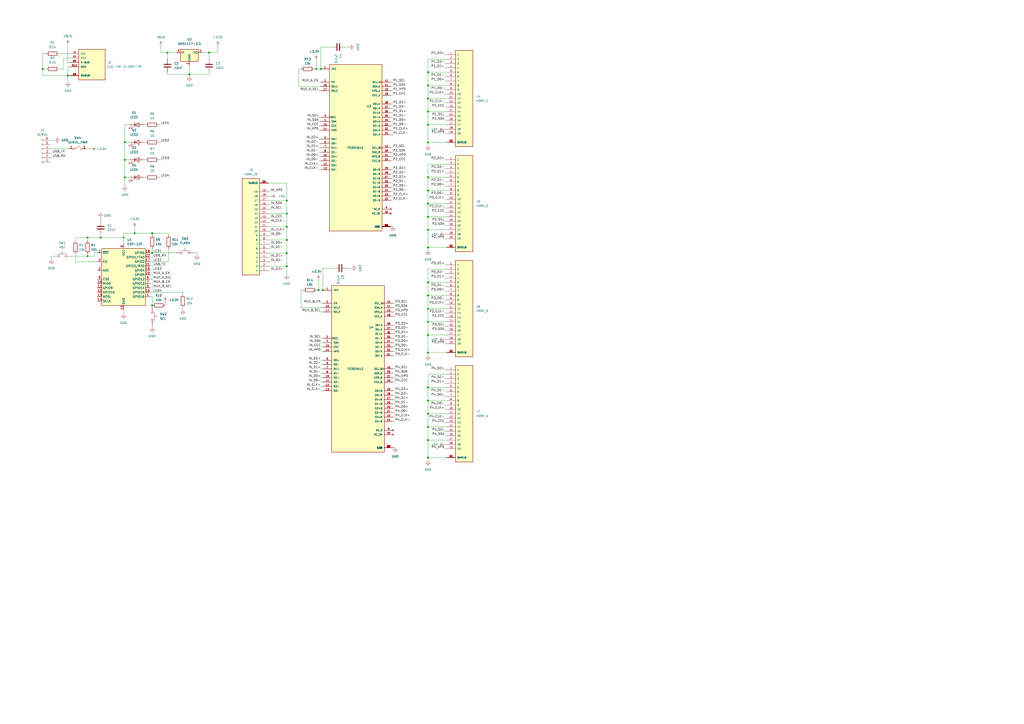
<source format=kicad_sch>
(kicad_sch (version 20211123) (generator eeschema)
  (paper "A2")
  (junction (at 166.37 154.432))
  (junction (at 71.755 137.795))
  (junction (at 248.285 255.27))
  (junction (at 88.265 146.685))
  (junction (at 97.155 30.48))
  (junction (at 248.285 194.31))
  (junction (at 58.42 137.795))
  (junction (at 248.285 125.73))
  (junction (at 248.285 133.35))
  (junction (at 187.325 168.275))
  (junction (at 248.285 110.49))
  (junction (at 72.39 102.87))
  (junction (at 248.285 247.65))
  (junction (at 72.39 82.55))
  (junction (at 248.285 102.87))
  (junction (at 184.785 168.275))
  (junction (at 166.37 116.332))
  (junction (at 166.37 139.192))
  (junction (at 248.285 224.79))
  (junction (at 248.285 82.55))
  (junction (at 109.855 43.18))
  (junction (at 183.515 40.005))
  (junction (at 248.285 265.43))
  (junction (at 248.285 171.45))
  (junction (at 24.765 40.005))
  (junction (at 248.285 41.91))
  (junction (at 248.285 204.47))
  (junction (at 39.37 43.815))
  (junction (at 72.39 92.71))
  (junction (at 50.8 137.795))
  (junction (at 248.285 72.39))
  (junction (at 248.285 118.11))
  (junction (at 248.285 49.53))
  (junction (at 248.285 57.15))
  (junction (at 248.285 163.83))
  (junction (at 248.285 143.51))
  (junction (at 248.285 186.69))
  (junction (at 248.285 179.07))
  (junction (at 121.285 30.48))
  (junction (at 166.37 131.572))
  (junction (at 248.285 232.41))
  (junction (at 50.8 148.59))
  (junction (at 166.37 146.812))
  (junction (at 88.265 135.255))
  (junction (at 248.285 240.03))
  (junction (at 186.055 40.005))
  (junction (at 78.105 135.255))
  (junction (at 88.265 177.165))
  (junction (at 166.37 123.952))
  (junction (at 248.285 64.77))
  (wire (pts (xy 226.695 85.725) (xy 227.965 85.725)))
  (wire (pts (xy 248.285 72.39) (xy 248.285 82.55)))
  (wire (pts (xy 41.275 148.59) (xy 50.8 148.59)))
  (wire (pts (xy 248.285 125.73) (xy 259.08 125.73)))
  (wire (pts (xy 257.81 234.95) (xy 259.08 234.95)))
  (wire (pts (xy 92.075 102.87) (xy 93.345 102.87)))
  (wire (pts (xy 166.37 123.952) (xy 166.37 116.332)))
  (wire (pts (xy 257.81 245.11) (xy 259.08 245.11)))
  (wire (pts (xy 227.965 203.835) (xy 229.235 203.835)))
  (wire (pts (xy 156.972 118.872) (xy 155.702 118.872)))
  (wire (pts (xy 227.965 213.995) (xy 229.235 213.995)))
  (wire (pts (xy 166.37 154.432) (xy 166.37 146.812)))
  (wire (pts (xy 184.785 52.705) (xy 186.055 52.705)))
  (wire (pts (xy 186.055 27.305) (xy 192.405 27.305)))
  (wire (pts (xy 78.105 132.08) (xy 78.105 135.255)))
  (wire (pts (xy 257.81 189.23) (xy 259.08 189.23)))
  (wire (pts (xy 166.37 116.332) (xy 155.702 116.332)))
  (wire (pts (xy 248.285 255.27) (xy 248.285 265.43)))
  (wire (pts (xy 102.235 30.48) (xy 97.155 30.48)))
  (wire (pts (xy 71.755 179.705) (xy 71.755 182.245)))
  (wire (pts (xy 186.055 201.295) (xy 187.325 201.295)))
  (wire (pts (xy 248.285 186.69) (xy 248.285 194.31)))
  (wire (pts (xy 186.055 216.535) (xy 187.325 216.535)))
  (wire (pts (xy 257.81 69.85) (xy 259.08 69.85)))
  (wire (pts (xy 121.285 30.48) (xy 121.285 34.29)))
  (wire (pts (xy 186.055 198.755) (xy 187.325 198.755)))
  (wire (pts (xy 24.765 31.115) (xy 24.765 40.005)))
  (wire (pts (xy 34.29 31.115) (xy 40.64 31.115)))
  (wire (pts (xy 184.785 90.805) (xy 186.055 90.805)))
  (wire (pts (xy 257.81 173.99) (xy 259.08 173.99)))
  (wire (pts (xy 226.695 93.345) (xy 227.965 93.345)))
  (wire (pts (xy 36.83 33.655) (xy 36.83 40.005)))
  (wire (pts (xy 248.285 194.31) (xy 259.08 194.31)))
  (wire (pts (xy 92.075 82.55) (xy 93.345 82.55)))
  (wire (pts (xy 166.37 123.952) (xy 155.702 123.952)))
  (wire (pts (xy 97.155 41.91) (xy 97.155 43.18)))
  (wire (pts (xy 257.81 176.53) (xy 259.08 176.53)))
  (wire (pts (xy 226.695 116.205) (xy 227.965 116.205)))
  (wire (pts (xy 187.325 155.575) (xy 193.675 155.575)))
  (wire (pts (xy 156.972 156.972) (xy 155.702 156.972)))
  (wire (pts (xy 226.695 98.425) (xy 227.965 98.425)))
  (wire (pts (xy 257.81 77.47) (xy 259.08 77.47)))
  (wire (pts (xy 257.81 181.61) (xy 259.08 181.61)))
  (wire (pts (xy 257.81 128.27) (xy 259.08 128.27)))
  (wire (pts (xy 227.965 206.375) (xy 229.235 206.375)))
  (wire (pts (xy 92.075 72.39) (xy 93.345 72.39)))
  (wire (pts (xy 186.055 213.995) (xy 187.325 213.995)))
  (wire (pts (xy 121.285 30.48) (xy 126.365 30.48)))
  (wire (pts (xy 227.965 221.615) (xy 229.235 221.615)))
  (wire (pts (xy 186.055 226.695) (xy 187.325 226.695)))
  (wire (pts (xy 72.39 82.55) (xy 75.565 82.55)))
  (wire (pts (xy 257.81 153.67) (xy 259.08 153.67)))
  (wire (pts (xy 184.785 47.625) (xy 186.055 47.625)))
  (wire (pts (xy 50.8 137.795) (xy 58.42 137.795)))
  (wire (pts (xy 109.855 43.18) (xy 121.285 43.18)))
  (wire (pts (xy 186.055 196.215) (xy 187.325 196.215)))
  (wire (pts (xy 29.21 88.9) (xy 30.48 88.9)))
  (wire (pts (xy 227.965 229.235) (xy 229.235 229.235)))
  (wire (pts (xy 186.055 208.915) (xy 187.325 208.915)))
  (wire (pts (xy 257.81 199.39) (xy 259.08 199.39)))
  (wire (pts (xy 174.625 168.275) (xy 175.895 168.275)))
  (wire (pts (xy 183.515 34.925) (xy 183.515 40.005)))
  (wire (pts (xy 257.81 120.65) (xy 259.08 120.65)))
  (wire (pts (xy 257.81 54.61) (xy 259.08 54.61)))
  (wire (pts (xy 257.81 214.63) (xy 259.08 214.63)))
  (wire (pts (xy 88.265 146.685) (xy 102.235 146.685)))
  (wire (pts (xy 88.265 144.145) (xy 88.265 146.685)))
  (wire (pts (xy 248.285 133.35) (xy 259.08 133.35)))
  (wire (pts (xy 257.81 115.57) (xy 259.08 115.57)))
  (wire (pts (xy 39.37 43.815) (xy 40.64 43.815)))
  (wire (pts (xy 257.81 59.69) (xy 259.08 59.69)))
  (wire (pts (xy 106.045 178.435) (xy 106.045 179.705)))
  (wire (pts (xy 248.285 217.17) (xy 248.285 224.79)))
  (wire (pts (xy 26.67 31.115) (xy 24.765 31.115)))
  (wire (pts (xy 166.37 106.172) (xy 155.702 106.172)))
  (wire (pts (xy 88.265 188.595) (xy 88.265 189.865)))
  (wire (pts (xy 248.285 171.45) (xy 248.285 179.07)))
  (wire (pts (xy 248.285 133.35) (xy 248.285 143.51)))
  (wire (pts (xy 93.345 30.48) (xy 93.345 26.67)))
  (wire (pts (xy 257.81 260.35) (xy 259.08 260.35)))
  (wire (pts (xy 257.81 237.49) (xy 259.08 237.49)))
  (wire (pts (xy 174.625 178.435) (xy 174.625 168.275)))
  (wire (pts (xy 257.81 39.37) (xy 259.08 39.37)))
  (wire (pts (xy 166.37 139.192) (xy 155.702 139.192)))
  (wire (pts (xy 257.81 257.81) (xy 259.08 257.81)))
  (wire (pts (xy 156.972 111.252) (xy 155.702 111.252)))
  (wire (pts (xy 173.355 40.005) (xy 174.625 40.005)))
  (wire (pts (xy 248.285 110.49) (xy 259.08 110.49)))
  (wire (pts (xy 106.045 170.815) (xy 106.045 169.545)))
  (wire (pts (xy 86.995 149.225) (xy 88.9 149.225)))
  (wire (pts (xy 259.08 34.29) (xy 248.285 34.29)))
  (wire (pts (xy 227.965 196.215) (xy 229.235 196.215)))
  (wire (pts (xy 97.155 30.48) (xy 93.345 30.48)))
  (wire (pts (xy 226.695 100.965) (xy 227.965 100.965)))
  (wire (pts (xy 92.075 92.71) (xy 93.345 92.71)))
  (wire (pts (xy 248.285 265.43) (xy 259.08 265.43)))
  (wire (pts (xy 114.3 147.955) (xy 114.3 146.685)))
  (wire (pts (xy 114.3 146.685) (xy 112.395 146.685)))
  (wire (pts (xy 186.055 50.165) (xy 173.355 50.165)))
  (wire (pts (xy 257.81 166.37) (xy 259.08 166.37)))
  (wire (pts (xy 248.285 49.53) (xy 259.08 49.53)))
  (wire (pts (xy 156.972 134.112) (xy 155.702 134.112)))
  (wire (pts (xy 248.285 110.49) (xy 248.285 118.11)))
  (wire (pts (xy 248.285 224.79) (xy 259.08 224.79)))
  (wire (pts (xy 97.155 43.18) (xy 109.855 43.18)))
  (wire (pts (xy 248.285 156.21) (xy 248.285 163.83)))
  (wire (pts (xy 257.81 227.33) (xy 259.08 227.33)))
  (wire (pts (xy 43.815 151.765) (xy 56.515 151.765)))
  (wire (pts (xy 248.285 204.47) (xy 259.08 204.47)))
  (wire (pts (xy 83.185 72.39) (xy 84.455 72.39)))
  (wire (pts (xy 186.055 175.895) (xy 187.325 175.895)))
  (wire (pts (xy 227.965 244.475) (xy 229.235 244.475)))
  (wire (pts (xy 95.885 175.26) (xy 95.885 177.165)))
  (wire (pts (xy 39.37 36.195) (xy 40.64 36.195)))
  (wire (pts (xy 226.695 67.945) (xy 227.965 67.945)))
  (wire (pts (xy 227.965 178.435) (xy 229.235 178.435)))
  (wire (pts (xy 257.81 36.83) (xy 259.08 36.83)))
  (wire (pts (xy 248.285 240.03) (xy 248.285 247.65)))
  (wire (pts (xy 40.64 33.655) (xy 36.83 33.655)))
  (wire (pts (xy 186.055 203.835) (xy 187.325 203.835)))
  (wire (pts (xy 226.695 131.445) (xy 227.965 131.445)))
  (wire (pts (xy 226.695 60.325) (xy 227.965 60.325)))
  (wire (pts (xy 226.695 88.265) (xy 227.965 88.265)))
  (wire (pts (xy 226.695 103.505) (xy 227.965 103.505)))
  (wire (pts (xy 166.37 131.572) (xy 155.702 131.572)))
  (wire (pts (xy 117.475 30.48) (xy 121.285 30.48)))
  (wire (pts (xy 227.965 231.775) (xy 229.235 231.775)))
  (wire (pts (xy 184.785 83.185) (xy 186.055 83.185)))
  (wire (pts (xy 248.285 163.83) (xy 259.08 163.83)))
  (wire (pts (xy 257.81 219.71) (xy 259.08 219.71)))
  (wire (pts (xy 227.965 216.535) (xy 229.235 216.535)))
  (wire (pts (xy 186.055 224.155) (xy 187.325 224.155)))
  (wire (pts (xy 24.765 40.005) (xy 26.67 40.005)))
  (wire (pts (xy 43.815 151.765) (xy 43.815 147.32)))
  (wire (pts (xy 248.285 102.87) (xy 259.08 102.87)))
  (wire (pts (xy 174.625 178.435) (xy 187.325 178.435)))
  (wire (pts (xy 72.39 82.55) (xy 72.39 72.39)))
  (wire (pts (xy 156.972 129.032) (xy 155.702 129.032)))
  (wire (pts (xy 248.285 240.03) (xy 259.08 240.03)))
  (wire (pts (xy 248.285 57.15) (xy 248.285 64.77)))
  (wire (pts (xy 86.995 156.845) (xy 88.9 156.845)))
  (wire (pts (xy 29.21 86.36) (xy 40.005 86.36)))
  (wire (pts (xy 257.81 97.79) (xy 259.08 97.79)))
  (wire (pts (xy 226.695 50.165) (xy 227.965 50.165)))
  (wire (pts (xy 227.965 183.515) (xy 229.235 183.515)))
  (wire (pts (xy 257.81 107.95) (xy 259.08 107.95)))
  (wire (pts (xy 88.265 135.255) (xy 88.265 136.525)))
  (wire (pts (xy 43.815 139.7) (xy 43.815 137.795)))
  (wire (pts (xy 78.105 135.255) (xy 71.755 135.255)))
  (wire (pts (xy 39.37 47.625) (xy 39.37 43.815)))
  (wire (pts (xy 226.695 108.585) (xy 227.965 108.585)))
  (wire (pts (xy 257.81 46.99) (xy 259.08 46.99)))
  (wire (pts (xy 186.055 40.005) (xy 186.055 27.305)))
  (wire (pts (xy 248.285 64.77) (xy 248.285 72.39)))
  (wire (pts (xy 257.81 138.43) (xy 259.08 138.43)))
  (wire (pts (xy 156.972 149.352) (xy 155.702 149.352)))
  (wire (pts (xy 97.79 144.145) (xy 97.79 151.765)))
  (wire (pts (xy 156.972 121.412) (xy 155.702 121.412)))
  (wire (pts (xy 86.995 167.005) (xy 88.9 167.005)))
  (wire (pts (xy 72.39 102.87) (xy 75.565 102.87)))
  (wire (pts (xy 72.39 92.71) (xy 75.565 92.71)))
  (wire (pts (xy 86.995 146.685) (xy 88.265 146.685)))
  (wire (pts (xy 156.972 126.492) (xy 155.702 126.492)))
  (wire (pts (xy 259.08 217.17) (xy 248.285 217.17)))
  (wire (pts (xy 184.785 98.425) (xy 186.055 98.425)))
  (wire (pts (xy 248.285 57.15) (xy 259.08 57.15)))
  (wire (pts (xy 226.695 78.105) (xy 227.965 78.105)))
  (wire (pts (xy 248.285 49.53) (xy 248.285 57.15)))
  (wire (pts (xy 226.695 113.665) (xy 227.965 113.665)))
  (wire (pts (xy 184.785 80.645) (xy 186.055 80.645)))
  (wire (pts (xy 186.055 211.455) (xy 187.325 211.455)))
  (wire (pts (xy 186.055 180.975) (xy 187.325 180.975)))
  (wire (pts (xy 257.81 74.93) (xy 259.08 74.93)))
  (wire (pts (xy 29.21 91.44) (xy 30.48 91.44)))
  (wire (pts (xy 155.702 113.792) (xy 156.972 113.792)))
  (wire (pts (xy 257.81 100.33) (xy 259.08 100.33)))
  (wire (pts (xy 257.81 184.15) (xy 259.08 184.15)))
  (wire (pts (xy 50.165 86.36) (xy 52.705 86.36)))
  (wire (pts (xy 184.785 95.885) (xy 186.055 95.885)))
  (wire (pts (xy 184.785 70.485) (xy 186.055 70.485)))
  (wire (pts (xy 248.285 179.07) (xy 248.285 186.69)))
  (wire (pts (xy 184.785 162.56) (xy 184.785 168.275)))
  (wire (pts (xy 166.37 116.332) (xy 166.37 106.172)))
  (wire (pts (xy 166.37 131.572) (xy 166.37 123.952)))
  (wire (pts (xy 183.515 168.275) (xy 184.785 168.275)))
  (wire (pts (xy 126.365 30.48) (xy 126.365 26.67)))
  (wire (pts (xy 50.8 139.7) (xy 50.8 137.795)))
  (wire (pts (xy 259.08 95.25) (xy 248.285 95.25)))
  (wire (pts (xy 86.995 159.385) (xy 88.9 159.385)))
  (wire (pts (xy 166.37 139.192) (xy 166.37 131.572)))
  (wire (pts (xy 166.37 154.432) (xy 166.37 159.512)))
  (wire (pts (xy 227.965 236.855) (xy 229.235 236.855)))
  (wire (pts (xy 226.695 65.405) (xy 227.965 65.405)))
  (wire (pts (xy 186.055 221.615) (xy 187.325 221.615)))
  (wire (pts (xy 183.515 40.005) (xy 186.055 40.005)))
  (wire (pts (xy 226.695 55.245) (xy 227.965 55.245)))
  (wire (pts (xy 97.79 135.255) (xy 97.79 136.525)))
  (wire (pts (xy 86.995 161.925) (xy 88.9 161.925)))
  (wire (pts (xy 227.965 191.135) (xy 229.235 191.135)))
  (wire (pts (xy 54.61 148.59) (xy 50.8 148.59)))
  (wire (pts (xy 257.81 252.73) (xy 259.08 252.73)))
  (wire (pts (xy 56.515 146.685) (xy 54.61 146.685)))
  (wire (pts (xy 227.965 180.975) (xy 229.235 180.975)))
  (wire (pts (xy 227.965 188.595) (xy 229.235 188.595)))
  (wire (pts (xy 156.972 136.652) (xy 155.702 136.652)))
  (wire (pts (xy 58.42 135.89) (xy 58.42 137.795)))
  (wire (pts (xy 156.972 141.732) (xy 155.702 141.732)))
  (wire (pts (xy 227.965 234.315) (xy 229.235 234.315)))
  (wire (pts (xy 184.785 88.265) (xy 186.055 88.265)))
  (wire (pts (xy 226.695 62.865) (xy 227.965 62.865)))
  (wire (pts (xy 248.285 72.39) (xy 259.08 72.39)))
  (wire (pts (xy 50.8 148.59) (xy 50.8 147.32)))
  (wire (pts (xy 83.185 92.71) (xy 84.455 92.71)))
  (wire (pts (xy 58.42 137.795) (xy 71.755 137.795)))
  (wire (pts (xy 200.025 27.305) (xy 202.565 27.305)))
  (wire (pts (xy 71.755 135.255) (xy 71.755 137.795)))
  (wire (pts (xy 184.785 75.565) (xy 186.055 75.565)))
  (wire (pts (xy 72.39 92.71) (xy 72.39 82.55)))
  (wire (pts (xy 227.965 201.295) (xy 229.235 201.295)))
  (wire (pts (xy 184.785 85.725) (xy 186.055 85.725)))
  (wire (pts (xy 248.285 82.55) (xy 259.08 82.55)))
  (wire (pts (xy 248.285 247.65) (xy 259.08 247.65)))
  (wire (pts (xy 29.845 148.59) (xy 31.115 148.59)))
  (wire (pts (xy 166.37 146.812) (xy 166.37 139.192)))
  (wire (pts (xy 257.81 196.85) (xy 259.08 196.85)))
  (wire (pts (xy 248.285 95.25) (xy 248.285 102.87)))
  (wire (pts (xy 201.295 155.575) (xy 203.835 155.575)))
  (wire (pts (xy 248.285 34.29) (xy 248.285 41.91)))
  (wire (pts (xy 86.995 164.465) (xy 88.9 164.465)))
  (wire (pts (xy 78.105 135.255) (xy 88.265 135.255)))
  (wire (pts (xy 72.39 102.87) (xy 72.39 92.71)))
  (wire (pts (xy 43.815 137.795) (xy 50.8 137.795)))
  (wire (pts (xy 248.285 125.73) (xy 248.285 133.35)))
  (wire (pts (xy 257.81 250.19) (xy 259.08 250.19)))
  (wire (pts (xy 58.42 126.365) (xy 58.42 128.27)))
  (wire (pts (xy 184.785 93.345) (xy 186.055 93.345)))
  (wire (pts (xy 248.285 232.41) (xy 259.08 232.41)))
  (wire (pts (xy 248.285 179.07) (xy 259.08 179.07)))
  (wire (pts (xy 184.785 73.025) (xy 186.055 73.025)))
  (wire (pts (xy 227.965 241.935) (xy 229.235 241.935)))
  (wire (pts (xy 257.81 92.71) (xy 259.08 92.71)))
  (wire (pts (xy 227.965 198.755) (xy 229.235 198.755)))
  (wire (pts (xy 257.81 135.89) (xy 259.08 135.89)))
  (wire (pts (xy 86.995 154.305) (xy 88.9 154.305)))
  (wire (pts (xy 257.81 123.19) (xy 259.08 123.19)))
  (wire (pts (xy 248.285 102.87) (xy 248.285 110.49)))
  (wire (pts (xy 155.702 154.432) (xy 166.37 154.432)))
  (wire (pts (xy 257.81 44.45) (xy 259.08 44.45)))
  (wire (pts (xy 248.285 41.91) (xy 259.08 41.91)))
  (wire (pts (xy 248.285 265.43) (xy 248.285 267.335)))
  (wire (pts (xy 226.695 73.025) (xy 227.965 73.025)))
  (wire (pts (xy 257.81 105.41) (xy 259.08 105.41)))
  (wire (pts (xy 226.695 75.565) (xy 227.965 75.565)))
  (wire (pts (xy 257.81 161.29) (xy 259.08 161.29)))
  (wire (pts (xy 29.845 150.495) (xy 29.845 148.59)))
  (wire (pts (xy 257.81 31.75) (xy 259.08 31.75)))
  (wire (pts (xy 257.81 222.25) (xy 259.08 222.25)))
  (wire (pts (xy 226.695 47.625) (xy 227.965 47.625)))
  (wire (pts (xy 88.265 135.255) (xy 97.79 135.255)))
  (wire (pts (xy 109.855 38.1) (xy 109.855 43.18)))
  (wire (pts (xy 39.37 26.035) (xy 39.37 36.195)))
  (wire (pts (xy 39.37 43.815) (xy 39.37 38.735)))
  (wire (pts (xy 71.755 137.795) (xy 71.755 141.605)))
  (wire (pts (xy 248.285 194.31) (xy 248.285 204.47)))
  (wire (pts (xy 248.285 143.51) (xy 248.285 145.415)))
  (wire (pts (xy 88.265 172.085) (xy 88.265 177.165)))
  (wire (pts (xy 257.81 113.03) (xy 259.08 113.03)))
  (wire (pts (xy 54.61 146.685) (xy 54.61 148.59)))
  (wire (pts (xy 257.81 67.31) (xy 259.08 67.31)))
  (wire (pts (xy 248.285 171.45) (xy 259.08 171.45)))
  (wire (pts (xy 248.285 41.91) (xy 248.285 49.53)))
  (wire (pts (xy 248.285 186.69) (xy 259.08 186.69)))
  (wire (pts (xy 88.265 177.165) (xy 88.265 178.435)))
  (wire (pts (xy 72.39 72.39) (xy 75.565 72.39)))
  (wire (pts (xy 86.995 169.545) (xy 106.045 169.545)))
  (wire (pts (xy 257.81 229.87) (xy 259.08 229.87)))
  (wire (pts (xy 187.325 168.275) (xy 187.325 155.575)))
  (wire (pts (xy 156.972 144.272) (xy 155.702 144.272)))
  (wire (pts (xy 121.285 41.91) (xy 121.285 43.18)))
  (wire (pts (xy 72.39 107.95) (xy 72.39 102.87)))
  (wire (pts (xy 173.355 50.165) (xy 173.355 40.005)))
  (wire (pts (xy 227.965 226.695) (xy 229.235 226.695)))
  (wire (pts (xy 29.21 81.28) (xy 31.75 81.28)))
  (wire (pts (xy 226.695 106.045) (xy 227.965 106.045)))
  (wire (pts (xy 227.965 193.675) (xy 229.235 193.675)))
  (wire (pts (xy 257.81 242.57) (xy 259.08 242.57)))
  (wire (pts (xy 257.81 158.75) (xy 259.08 158.75)))
  (wire (pts (xy 36.83 40.005) (xy 34.29 40.005)))
  (wire (pts (xy 248.285 64.77) (xy 259.08 64.77)))
  (wire (pts (xy 227.965 219.075) (xy 229.235 219.075)))
  (wire (pts (xy 248.285 204.47) (xy 248.285 206.375)))
  (wire (pts (xy 257.81 168.91) (xy 259.08 168.91)))
  (wire (pts (xy 226.695 111.125) (xy 227.965 111.125)))
  (wire (pts (xy 248.285 82.55) (xy 248.285 84.455)))
  (wire (pts (xy 226.695 90.805) (xy 227.965 90.805)))
  (wire (pts (xy 24.765 43.815) (xy 39.37 43.815)))
  (wire (pts (xy 257.81 130.81) (xy 259.08 130.81)))
  (wire (pts (xy 186.055 219.075) (xy 187.325 219.075)))
  (wire (pts (xy 248.285 255.27) (xy 259.08 255.27)))
  (wire (pts (xy 226.695 70.485) (xy 227.965 70.485)))
  (wire (pts (xy 248.285 224.79) (xy 248.285 232.41)))
  (wire (pts (xy 257.81 62.23) (xy 259.08 62.23)))
  (wire (pts (xy 248.285 163.83) (xy 248.285 171.45)))
  (wire (pts (xy 248.285 247.65) (xy 248.285 255.27)))
  (wire (pts (xy 86.995 172.085) (xy 88.265 172.085)))
  (wire (pts (xy 109.855 43.18) (xy 109.855 44.45)))
  (wire (pts (xy 227.965 175.895) (xy 229.235 175.895)))
  (wire (pts (xy 182.245 40.005) (xy 183.515 40.005)))
  (wire (pts (xy 257.81 52.07) (xy 259.08 52.07)))
  (wire (pts (xy 86.995 151.765) (xy 97.79 151.765)))
  (wire (pts (xy 248.285 118.11) (xy 259.08 118.11)))
  (wire (pts (xy 83.185 102.87) (xy 84.455 102.87)))
  (wire (pts (xy 227.965 259.715) (xy 229.235 259.715)))
  (wire (pts (xy 24.765 40.005) (xy 24.765 43.815)))
  (wire (pts (xy 248.285 143.51) (xy 259.08 143.51)))
  (wire (pts (xy 227.965 239.395) (xy 229.235 239.395)))
  (wire (pts (xy 156.972 151.892) (xy 155.702 151.892)))
  (wire (pts (xy 257.81 191.77) (xy 259.08 191.77)))
  (wire (pts (xy 248.285 118.11) (xy 248.285 125.73)))
  (wire (pts (xy 226.695 52.705) (xy 227.965 52.705)))
  (wire (pts (xy 83.185 82.55) (xy 84.455 82.55)))
  (wire (pts (xy 97.155 30.48) (xy 97.155 34.29)))
  (wire (pts (xy 248.285 232.41) (xy 248.285 240.03)))
  (wire (pts (xy 39.37 38.735) (xy 40.64 38.735)))
  (wire (pts (xy 166.37 146.812) (xy 155.702 146.812)))
  (wire (pts (xy 184.785 168.275) (xy 187.325 168.275)))
  (wire (pts (xy 259.08 156.21) (xy 248.285 156.21)))
  (wire (pts (xy 184.785 67.945) (xy 186.055 67.945)))
  (label "P2_D1+" (at 227.965 103.505 0))
  (label "P1_D1-" (at 227.965 67.945 0))
  (label "LED4" (at 93.345 102.87 0))
  (label "LED1" (at 88.9 146.685 0))
  (label "IN_CLK-" (at 184.785 98.425 180))
  (label "P4_SCL" (at 257.81 250.19 180))
  (label "IN_D2-" (at 156.972 151.892 0))
  (label "P4_D0-" (at 229.235 239.395 0))
  (label "IN_CLK-" (at 156.972 129.032 0))
  (label "IN_CLK+" (at 186.055 224.155 180))
  (label "P1_HPD" (at 257.81 77.47 180))
  (label "P4_HPD" (at 257.81 260.35 180))
  (label "P1_CEC" (at 227.965 55.245 0))
  (label "P1_CLK-" (at 257.81 59.69 180))
  (label "P3_D1-" (at 229.235 196.215 0))
  (label "P1_SDA" (at 227.965 50.165 0))
  (label "P3_SCL" (at 257.81 189.23 180))
  (label "P1_CLK-" (at 227.965 78.105 0))
  (label "P3_D1+" (at 229.235 193.675 0))
  (label "IN_D1-" (at 186.055 216.535 180))
  (label "IN_SCL" (at 156.972 121.412 0))
  (label "P3_CLK+" (at 229.235 203.835 0))
  (label "P3_SDA" (at 257.81 191.77 180))
  (label "P3_D2+" (at 257.81 153.67 180))
  (label "MUX_B_SEL" (at 88.9 167.005 0))
  (label "P3_D0+" (at 257.81 168.91 180))
  (label "P3_HPD" (at 229.235 180.975 0))
  (label "P4_D1+" (at 229.235 231.775 0))
  (label "P1_D2-" (at 227.965 62.865 0))
  (label "P2_CEC" (at 257.81 123.19 180))
  (label "LED2" (at 88.9 151.765 0))
  (label "P2_CLK+" (at 257.81 115.57 180))
  (label "MUX_B_EN" (at 186.055 175.895 180))
  (label "P1_CLK+" (at 257.81 54.61 180))
  (label "IN_CLK+" (at 184.785 95.885 180))
  (label "IN_D0-" (at 156.972 136.652 0))
  (label "MUX_A_SEL" (at 88.9 161.925 0))
  (label "IN_D1+" (at 184.785 85.725 180))
  (label "P2_HPD" (at 257.81 138.43 180))
  (label "IN_D1+" (at 186.055 213.995 180))
  (label "LED3" (at 88.9 156.845 0))
  (label "P2_D0-" (at 257.81 113.03 180))
  (label "P2_D2+" (at 227.965 98.425 0))
  (label "P3_CEC" (at 257.81 184.15 180))
  (label "USB_RX" (at 88.9 149.225 0))
  (label "P1_D0+" (at 257.81 46.99 180))
  (label "IN_SDA" (at 156.972 118.872 0))
  (label "P4_CLK-" (at 229.235 244.475 0))
  (label "IN_CEC" (at 186.055 201.295 180))
  (label "P1_CLK+" (at 227.965 75.565 0))
  (label "P3_SDA" (at 229.235 178.435 0))
  (label "LED2" (at 93.345 82.55 0))
  (label "IN_SCL" (at 184.785 67.945 180))
  (label "IN_D2+" (at 156.972 156.972 0))
  (label "P2_D0+" (at 257.81 107.95 180))
  (label "P2_D2-" (at 227.965 100.965 0))
  (label "P2_HPD" (at 227.965 90.805 0))
  (label "P4_SDA" (at 229.235 216.535 0))
  (label "IN_D1-" (at 184.785 88.265 180))
  (label "P2_D1-" (at 227.965 106.045 0))
  (label "P1_SCL" (at 227.965 47.625 0))
  (label "P2_CEC" (at 227.965 93.345 0))
  (label "P2_D0+" (at 227.965 108.585 0))
  (label "P1_D1+" (at 257.81 39.37 180))
  (label "P1_CEC" (at 257.81 62.23 180))
  (label "IN_CEC" (at 184.785 73.025 180))
  (label "P4_HPD" (at 229.235 219.075 0))
  (label "P2_D1+" (at 257.81 100.33 180))
  (label "P3_D0-" (at 229.235 201.295 0))
  (label "USB_RX" (at 30.48 91.44 0))
  (label "P3_D0-" (at 257.81 173.99 180))
  (label "P4_D1-" (at 257.81 227.33 180))
  (label "LED4" (at 88.9 169.545 0))
  (label "P1_SDA" (at 257.81 69.85 180))
  (label "P2_D2-" (at 257.81 97.79 180))
  (label "P4_CLK+" (at 229.235 241.935 0))
  (label "P1_HPD" (at 227.965 52.705 0))
  (label "IN_D0+" (at 184.785 90.805 180))
  (label "P4_D2-" (at 229.235 229.235 0))
  (label "IN_CLK-" (at 186.055 226.695 180))
  (label "IN_HPD" (at 186.055 203.835 180))
  (label "IN_D2-" (at 186.055 211.455 180))
  (label "IN_CLK+" (at 156.972 134.112 0))
  (label "MUX_A_EN" (at 88.9 159.385 0))
  (label "P1_D1-" (at 257.81 44.45 180))
  (label "P3_D1+" (at 257.81 161.29 180))
  (label "P2_CLK-" (at 227.965 116.205 0))
  (label "P3_CLK-" (at 257.81 181.61 180))
  (label "IN_D2-" (at 184.785 83.185 180))
  (label "P3_CLK+" (at 257.81 176.53 180))
  (label "P1_D2+" (at 257.81 31.75 180))
  (label "P3_D0+" (at 229.235 198.755 0))
  (label "MUX_A_EN" (at 184.785 47.625 180))
  (label "P4_CLK-" (at 257.81 242.57 180))
  (label "P4_D0-" (at 257.81 234.95 180))
  (label "P2_D1-" (at 257.81 105.41 180))
  (label "P1_D2-" (at 257.81 36.83 180))
  (label "P2_SDA" (at 257.81 130.81 180))
  (label "LED1" (at 93.345 72.39 0))
  (label "P4_D0+" (at 257.81 229.87 180))
  (label "P2_CLK+" (at 227.965 113.665 0))
  (label "P3_HPD" (at 257.81 199.39 180))
  (label "P4_SCL" (at 229.235 213.995 0))
  (label "P4_CEC" (at 229.235 221.615 0))
  (label "IN_HPD" (at 156.972 111.252 0))
  (label "P4_D1-" (at 229.235 234.315 0))
  (label "MUX_B_SEL" (at 186.055 180.975 180))
  (label "IN_D0-" (at 186.055 221.615 180))
  (label "IN_D0-" (at 184.785 93.345 180))
  (label "P4_CLK+" (at 257.81 237.49 180))
  (label "MUX_A_SEL" (at 184.785 52.705 180))
  (label "P1_D1+" (at 227.965 65.405 0))
  (label "P4_D2-" (at 257.81 219.71 180))
  (label "P4_D2+" (at 229.235 226.695 0))
  (label "IN_SCL" (at 186.055 196.215 180))
  (label "MUX_B_EN" (at 88.9 164.465 0))
  (label "P3_CEC" (at 229.235 183.515 0))
  (label "P2_SDA" (at 227.965 88.265 0))
  (label "IN_D0+" (at 156.972 141.732 0))
  (label "P1_D0-" (at 227.965 73.025 0))
  (label "IN_D0+" (at 186.055 219.075 180))
  (label "P4_CEC" (at 257.81 245.11 180))
  (label "LED3" (at 93.345 92.71 0))
  (label "P2_D0-" (at 227.965 111.125 0))
  (label "P1_D0-" (at 257.81 52.07 180))
  (label "P3_D2+" (at 229.235 188.595 0))
  (label "IN_D1-" (at 156.972 144.272 0))
  (label "P2_CLK-" (at 257.81 120.65 180))
  (label "P3_SCL" (at 229.235 175.895 0))
  (label "P2_SCL" (at 257.81 128.27 180))
  (label "IN_D2+" (at 186.055 208.915 180))
  (label "IN_CEC" (at 156.972 126.492 0))
  (label "USB_TX" (at 30.48 88.9 0))
  (label "P1_D2+" (at 227.965 60.325 0))
  (label "IN_D2+" (at 184.785 80.645 180))
  (label "P1_D0+" (at 227.965 70.485 0))
  (label "P3_D2-" (at 229.235 191.135 0))
  (label "IN_SDA" (at 186.055 198.755 180))
  (label "P4_SDA" (at 257.81 252.73 180))
  (label "P1_SCL" (at 257.81 67.31 180))
  (label "P2_D2+" (at 257.81 92.71 180))
  (label "P4_D0+" (at 229.235 236.855 0))
  (label "IN_D1+" (at 156.972 149.352 0))
  (label "P4_D1+" (at 257.81 222.25 180))
  (label "P3_CLK-" (at 229.235 206.375 0))
  (label "USB_TX" (at 88.9 154.305 0))
  (label "IN_SDA" (at 184.785 70.485 180))
  (label "P2_SCL" (at 227.965 85.725 0))
  (label "P3_D2-" (at 257.81 158.75 180))
  (label "IN_HPD" (at 184.785 75.565 180))
  (label "P3_D1-" (at 257.81 166.37 180))
  (label "P4_D2+" (at 257.81 214.63 180))
  (symbol (lib_id "Device:C") (at 97.155 38.1 0) (unit 1)
    (property "Reference" "C2" (at 100.965 36.8299 0) (effects (justify left)))
    (property "Value" "10uF" (at 100.965 39.3699 0) (effects (justify left)))
    (property "Footprint" "Capacitor_SMD:C_0603_1608Metric_Pad1.08x0.95mm_HandSolder" (effects hide))
  )
  (symbol (lib_id "TS3DV642A0RUAR:TS3DV642A0RUAR") (at 206.375 85.725 0) (unit 1)
    (property "Reference" "U3" (at 212.725 61.595 0) (effects (justify left)))
    (property "Value" "TS3DV642" (at 201.295 85.725 0) (effects (justify left)))
    (property "Footprint" "QFN50P900X350X80-43N:QFN50P900X350X80-43N" (effects hide))
    (property "MANUFACTURER" "Texas Instruments" (effects hide))
    (property "PARTREV" "4219139/A 03/2020" (effects hide))
    (property "STANDARD" "IPC-7351B" (effects hide))
    (property "MAXIMUM_PACKAGE_HEIGHT" "0.8MM" (effects hide))
  )
  (symbol (lib_id "Switch:SW_Push") (at 107.315 146.685 0) (unit 1)
    (property "Reference" "SW3" (at 107.315 138.43 0))
    (property "Value" "FLASH" (at 107.315 140.97 0))
    (property "Footprint" "Button_Switch_THT:SW_PUSH_6mm" (effects hide))
  )
  (symbol (lib_id "power:GND") (at 227.965 131.445 0) (unit 1)
    (property "Reference" "#PWR0105" (effects hide))
    (property "Value" "GND" (at 227.965 136.525 0))
  )
  (symbol (lib_id "Device:R") (at 30.48 40.005 90) (unit 1)
    (property "Reference" "R2" (at 30.48 33.655 90))
    (property "Value" "5.1k" (at 30.48 36.195 90))
    (property "Footprint" "Resistor_SMD:R_0805_2012Metric_Pad1.20x1.40mm_HandSolder" (effects hide))
  )
  (symbol (lib_id "power:+3.3V") (at 126.365 26.67 0) (unit 1)
    (property "Reference" "#PWR016" (effects hide))
    (property "Value" "+3.3V" (at 126.365 21.59 0))
  )
  (symbol (lib_id "Device:R") (at 88.265 102.87 90) (unit 1)
    (property "Reference" "R8" (at 88.265 96.52 90))
    (property "Value" "15" (at 88.265 99.06 90))
    (property "Footprint" "Resistor_SMD:R_0805_2012Metric_Pad1.20x1.40mm_HandSolder" (effects hide))
  )
  (symbol (lib_id "power:VBUS") (at 93.345 26.67 0) (unit 1)
    (property "Reference" "#PWR011" (effects hide))
    (property "Value" "VBUS" (at 93.345 21.59 0))
  )
  (symbol (lib_id "Regulator_Linear:AMS1117-3.3") (at 109.855 30.48 0) (unit 1)
    (property "Reference" "U2" (at 109.855 22.86 0))
    (property "Value" "AMS1117-3.3" (at 109.855 25.4 0))
    (property "Footprint" "Package_TO_SOT_SMD:SOT-223-3_TabPin2" (effects hide))
    (property "Datasheet" "http://www.advanced-monolithic.com/pdf/ds1117.pdf" (effects hide))
  )
  (symbol (lib_id "power:GND") (at 72.39 107.95 0) (unit 1)
    (property "Reference" "#PWR07" (effects hide))
    (property "Value" "GND" (at 72.39 113.03 0))
  )
  (symbol (lib_id "Switch:SW_Push") (at 88.265 183.515 270) (unit 1)
    (property "Reference" "SW2" (at 92.71 182.2449 90) (effects (justify left)))
    (property "Value" "SEL" (at 92.71 184.7849 90) (effects (justify left)))
    (property "Footprint" "Button_Switch_THT:SW_PUSH_6mm" (effects hide))
  )
  (symbol (lib_id "Device:R") (at 106.045 174.625 0) (unit 1)
    (property "Reference" "R12" (at 107.95 173.3549 0) (effects (justify left)))
    (property "Value" "10k" (at 107.95 175.8949 0) (effects (justify left)))
    (property "Footprint" "Resistor_SMD:R_0805_2012Metric_Pad1.20x1.40mm_HandSolder" (effects hide))
  )
  (symbol (lib_id "Device:R") (at 88.265 72.39 90) (unit 1)
    (property "Reference" "R5" (at 88.265 66.04 90))
    (property "Value" "15" (at 88.265 68.58 90))
    (property "Footprint" "Resistor_SMD:R_0805_2012Metric_Pad1.20x1.40mm_HandSolder" (effects hide))
  )
  (symbol (lib_id "power:GND") (at 31.75 81.28 90) (unit 1)
    (property "Reference" "#PWR0108" (effects hide))
    (property "Value" "GND" (at 35.56 81.2799 90) (effects (justify right)))
  )
  (symbol (lib_id "power:GND") (at 71.755 182.245 0) (unit 1)
    (property "Reference" "#PWR08" (effects hide))
    (property "Value" "GND" (at 71.755 187.325 0))
  )
  (symbol (lib_id "Device:R") (at 92.075 177.165 90) (unit 1)
    (property "Reference" "R10" (at 92.075 171.45 90))
    (property "Value" "10k" (at 92.075 173.99 90))
    (property "Footprint" "Resistor_SMD:R_0805_2012Metric_Pad1.20x1.40mm_HandSolder" (effects hide))
  )
  (symbol (lib_id "power:GND") (at 248.285 267.335 0) (unit 1)
    (property "Reference" "#PWR0104" (effects hide))
    (property "Value" "GND" (at 248.285 272.415 0))
  )
  (symbol (lib_id "power:GND") (at 29.845 150.495 0) (unit 1)
    (property "Reference" "#PWR03" (effects hide))
    (property "Value" "GND" (at 29.845 155.575 0))
  )
  (symbol (lib_id "Switch:SW_SPST") (at 45.085 86.36 0) (unit 1)
    (property "Reference" "SW4" (at 45.085 80.01 0))
    (property "Value" "SERIAL_PWR" (at 45.085 82.55 0))
    (property "Footprint" "MINI-SPDT-SW:MINI-SPDT-SW" (effects hide))
  )
  (symbol (lib_id "SS-53000-001:SS-53000-001") (at 269.24 118.11 0) (unit 1)
    (property "Reference" "J5" (at 276.225 116.8399 0) (effects (justify left)))
    (property "Value" "HDMI_2" (at 276.225 119.3799 0) (effects (justify left)))
    (property "Footprint" "STEWART_SS-53000-001:STEWART_SS-53000-001" (effects hide))
    (property "Datasheet" "https://en.wikipedia.org/wiki/HDMI" (effects hide))
    (property "MAXIMUM_PACKAGE_HEIGHT" "6.18 mm" (effects hide))
    (property "STANDARD" "Manufacturer Recommendations" (effects hide))
    (property "PARTREV" "A0" (effects hide))
    (property "MANUFACTURER" "BelFuse" (effects hide))
  )
  (symbol (lib_id "power:GND") (at 39.37 47.625 0) (unit 1)
    (property "Reference" "#PWR02" (effects hide))
    (property "Value" "GND" (at 39.37 52.705 0))
  )
  (symbol (lib_id "Device:C") (at 58.42 132.08 0) (unit 1)
    (property "Reference" "C1" (at 62.23 130.8099 0) (effects (justify left)))
    (property "Value" "22uF" (at 62.23 133.3499 0) (effects (justify left)))
    (property "Footprint" "Capacitor_SMD:C_0603_1608Metric_Pad1.08x0.95mm_HandSolder" (effects hide))
  )
  (symbol (lib_id "power:GND") (at 202.565 27.305 90) (unit 1)
    (property "Reference" "#PWR020" (effects hide))
    (property "Value" "GND" (at 207.645 27.305 0))
  )
  (symbol (lib_id "Device:C") (at 196.215 27.305 270) (unit 1)
    (property "Reference" "C4" (at 197.4851 31.115 0) (effects (justify left)))
    (property "Value" "0.1uF" (at 194.9451 31.115 0) (effects (justify left)))
    (property "Footprint" "Capacitor_SMD:C_0603_1608Metric_Pad1.08x0.95mm_HandSolder" (effects hide))
  )
  (symbol (lib_id "power:+5V") (at 156.972 113.792 270) (unit 1)
    (property "Reference" "#PWR?" (effects hide))
    (property "Value" "+5V" (at 161.29 113.7919 90) (effects (justify left)))
  )
  (symbol (lib_id "power:+5V") (at 257.81 74.93 90) (unit 1)
    (property "Reference" "#PWR?" (effects hide))
    (property "Value" "+5V" (at 254 74.9299 90) (effects (justify left)))
  )
  (symbol (lib_id "Device:R") (at 50.8 143.51 0) (unit 1)
    (property "Reference" "R4" (at 52.705 142.2399 0) (effects (justify left)))
    (property "Value" "10k" (at 52.705 144.7799 0) (effects (justify left)))
    (property "Footprint" "Resistor_SMD:R_0805_2012Metric_Pad1.20x1.40mm_HandSolder" (effects hide))
  )
  (symbol (lib_id "power:GND") (at 166.37 159.512 0) (unit 1)
    (property "Reference" "#PWR0101" (effects hide))
    (property "Value" "GND" (at 166.37 164.592 0))
  )
  (symbol (lib_id "SS-53000-001:SS-53000-001") (at 269.24 179.07 0) (unit 1)
    (property "Reference" "J6" (at 276.225 177.7999 0) (effects (justify left)))
    (property "Value" "HDMI_3" (at 276.225 180.3399 0) (effects (justify left)))
    (property "Footprint" "STEWART_SS-53000-001:STEWART_SS-53000-001" (effects hide))
    (property "Datasheet" "https://en.wikipedia.org/wiki/HDMI" (effects hide))
    (property "MAXIMUM_PACKAGE_HEIGHT" "6.18 mm" (effects hide))
    (property "STANDARD" "Manufacturer Recommendations" (effects hide))
    (property "PARTREV" "A0" (effects hide))
    (property "MANUFACTURER" "BelFuse" (effects hide))
  )
  (symbol (lib_id "power:+3.3V") (at 184.785 162.56 0) (unit 1)
    (property "Reference" "#PWR019" (effects hide))
    (property "Value" "+3.3V" (at 183.515 157.48 0))
  )
  (symbol (lib_id "Device:LED") (at 79.375 102.87 0) (unit 1)
    (property "Reference" "D4" (at 77.7875 95.885 0))
    (property "Value" "LED4" (at 77.7875 98.425 0))
    (property "Footprint" "LED_SMD:LED_0805_2012Metric_Pad1.15x1.40mm_HandSolder" (effects hide))
  )
  (symbol (lib_id "Device:R") (at 97.79 140.335 0) (unit 1)
    (property "Reference" "R11" (at 99.695 139.0649 0) (effects (justify left)))
    (property "Value" "10k" (at 99.695 141.6049 0) (effects (justify left)))
    (property "Footprint" "Resistor_SMD:R_0805_2012Metric_Pad1.20x1.40mm_HandSolder" (effects hide))
  )
  (symbol (lib_id "power:GND") (at 88.265 189.865 0) (unit 1)
    (property "Reference" "#PWR010" (effects hide))
    (property "Value" "GND" (at 88.265 194.945 0))
  )
  (symbol (lib_id "power:GND") (at 229.235 259.715 0) (unit 1)
    (property "Reference" "#PWR0103" (effects hide))
    (property "Value" "GND" (at 229.235 264.795 0))
  )
  (symbol (lib_id "power:GND") (at 203.835 155.575 90) (unit 1)
    (property "Reference" "#PWR021" (effects hide))
    (property "Value" "GND" (at 208.915 155.575 0))
  )
  (symbol (lib_id "Device:R") (at 88.265 140.335 0) (unit 1)
    (property "Reference" "R9" (at 90.17 139.0649 0) (effects (justify left)))
    (property "Value" "10k" (at 90.17 141.6049 0) (effects (justify left)))
    (property "Footprint" "Resistor_SMD:R_0805_2012Metric_Pad1.20x1.40mm_HandSolder" (effects hide))
  )
  (symbol (lib_id "Device:LED") (at 79.375 72.39 0) (unit 1)
    (property "Reference" "D1" (at 77.7875 65.405 0))
    (property "Value" "LED1" (at 77.7875 67.945 0))
    (property "Footprint" "LED_SMD:LED_0805_2012Metric_Pad1.15x1.40mm_HandSolder" (effects hide))
  )
  (symbol (lib_id "power:VBUS") (at 39.37 26.035 0) (unit 1)
    (property "Reference" "#PWR01" (effects hide))
    (property "Value" "VBUS" (at 39.37 20.955 0))
  )
  (symbol (lib_id "Device:LED") (at 79.375 92.71 0) (unit 1)
    (property "Reference" "D3" (at 77.7875 85.725 0))
    (property "Value" "LED3" (at 77.7875 88.265 0))
    (property "Footprint" "LED_SMD:LED_0805_2012Metric_Pad1.15x1.40mm_HandSolder" (effects hide))
  )
  (symbol (lib_id "power:GND") (at 109.855 44.45 0) (unit 1)
    (property "Reference" "#PWR014" (effects hide))
    (property "Value" "GND" (at 109.855 49.53 0))
  )
  (symbol (lib_id "power:GND") (at 248.285 145.415 0) (unit 1)
    (property "Reference" "#PWR0107" (effects hide))
    (property "Value" "GND" (at 248.285 150.495 0))
  )
  (symbol (lib_id "power:+5V") (at 257.81 135.89 90) (unit 1)
    (property "Reference" "#PWR?" (effects hide))
    (property "Value" "+5V" (at 254 135.8899 90) (effects (justify left)))
  )
  (symbol (lib_id "Switch:SW_Push") (at 36.195 148.59 0) (unit 1)
    (property "Reference" "SW1" (at 36.195 140.97 0))
    (property "Value" "RST" (at 36.195 143.51 0))
    (property "Footprint" "Button_Switch_THT:SW_PUSH_6mm" (effects hide))
  )
  (symbol (lib_id "Device:R") (at 88.265 82.55 90) (unit 1)
    (property "Reference" "R6" (at 88.265 76.2 90))
    (property "Value" "15" (at 88.265 78.74 90))
    (property "Footprint" "Resistor_SMD:R_0805_2012Metric_Pad1.20x1.40mm_HandSolder" (effects hide))
  )
  (symbol (lib_id "power:GND") (at 58.42 126.365 180) (unit 1)
    (property "Reference" "#PWR06" (effects hide))
    (property "Value" "GND" (at 60.325 125.0949 0) (effects (justify right)))
  )
  (symbol (lib_id "Device:C") (at 197.485 155.575 270) (unit 1)
    (property "Reference" "C5" (at 198.7551 159.385 0) (effects (justify left)))
    (property "Value" "0.1uF" (at 196.2151 159.385 0) (effects (justify left)))
    (property "Footprint" "Capacitor_SMD:C_0603_1608Metric_Pad1.08x0.95mm_HandSolder" (effects hide))
  )
  (symbol (lib_id "Device:R") (at 179.705 168.275 90) (unit 1)
    (property "Reference" "R14" (at 179.705 162.56 90))
    (property "Value" "10k" (at 179.705 165.1 90))
    (property "Footprint" "Resistor_SMD:R_0805_2012Metric_Pad1.20x1.40mm_HandSolder" (effects hide))
  )
  (symbol (lib_id "Device:R") (at 43.815 143.51 0) (unit 1)
    (property "Reference" "R3" (at 45.72 142.2399 0) (effects (justify left)))
    (property "Value" "10k" (at 45.72 144.7799 0) (effects (justify left)))
    (property "Footprint" "Resistor_SMD:R_0805_2012Metric_Pad1.20x1.40mm_HandSolder" (effects hide))
  )
  (symbol (lib_id "power:GND") (at 114.3 147.955 0) (unit 1)
    (property "Reference" "#PWR015" (effects hide))
    (property "Value" "GND" (at 114.3 153.035 0))
  )
  (symbol (lib_id "power:GND") (at 248.285 206.375 0) (unit 1)
    (property "Reference" "#PWR0102" (effects hide))
    (property "Value" "GND" (at 248.285 211.455 0))
  )
  (symbol (lib_id "power:+3.3V") (at 183.515 34.925 0) (unit 1)
    (property "Reference" "#PWR018" (effects hide))
    (property "Value" "+3.3V" (at 182.245 29.845 0))
  )
  (symbol (lib_id "power:+3.3V") (at 78.105 132.08 0) (unit 1)
    (property "Reference" "#PWR09" (effects hide))
    (property "Value" "+3.3V" (at 78.105 127 0))
  )
  (symbol (lib_id "power:+3.3V") (at 95.885 175.26 0) (unit 1)
    (property "Reference" "#PWR012" (effects hide))
    (property "Value" "+3.3V" (at 97.79 173.9899 0) (effects (justify left)))
  )
  (symbol (lib_id "power:GND") (at 248.285 84.455 0) (unit 1)
    (property "Reference" "#PWR0106" (effects hide))
    (property "Value" "GND" (at 248.285 89.535 0))
  )
  (symbol (lib_id "UJC-HP-3-SMT-TR:UJC-HP-3-SMT-TR") (at 53.34 36.195 0) (unit 1)
    (property "Reference" "J2" (at 62.23 36.1949 0) (effects (justify left)))
    (property "Value" "UJC-HP-3-SMT-TR" (at 62.23 38.7349 0) (effects (justify left)))
    (property "Footprint" "CUI_UJC-HP-3-SMT-TR:CUI_UJC-HP-3-SMT-TR" (effects hide))
    (property "PARTREV" "04/30/2020" (effects hide))
    (property "MANUFACTURER" "CUI Devices" (effects hide))
    (property "MAXIMUM_PACKAGE_HEIGHT" "3.16mm" (effects hide))
    (property "STANDARD" "Manufacturer recommendations" (effects hide))
  )
  (symbol (lib_id "Connector:Conn_01x06_Female") (at 24.13 88.9 180) (unit 1)
    (property "Reference" "J1" (at 24.765 75.565 0))
    (property "Value" "SERIAL" (at 24.765 78.105 0))
    (property "Footprint" "Connector_PinSocket_2.54mm:PinSocket_1x06_P2.54mm_Vertical" (effects hide))
  )
  (symbol (lib_id "Device:R") (at 88.265 92.71 90) (unit 1)
    (property "Reference" "R7" (at 88.265 86.36 90))
    (property "Value" "15" (at 88.265 88.9 90))
    (property "Footprint" "Resistor_SMD:R_0805_2012Metric_Pad1.20x1.40mm_HandSolder" (effects hide))
  )
  (symbol (lib_id "Device:C") (at 121.285 38.1 0) (unit 1)
    (property "Reference" "C3" (at 125.095 36.8299 0) (effects (justify left)))
    (property "Value" "10uF" (at 125.095 39.3699 0) (effects (justify left)))
    (property "Footprint" "Capacitor_SMD:C_0603_1608Metric_Pad1.08x0.95mm_HandSolder" (effects hide))
  )
  (symbol (lib_id "SS-53000-001:SS-53000-001") (at 269.24 57.15 0) (unit 1)
    (property "Reference" "J4" (at 276.225 55.8799 0) (effects (justify left)))
    (property "Value" "HDMI_1" (at 276.225 58.4199 0) (effects (justify left)))
    (property "Footprint" "STEWART_SS-53000-001:STEWART_SS-53000-001" (effects hide))
    (property "Datasheet" "https://en.wikipedia.org/wiki/HDMI" (effects hide))
    (property "MAXIMUM_PACKAGE_HEIGHT" "6.18 mm" (effects hide))
    (property "STANDARD" "Manufacturer Recommendations" (effects hide))
    (property "PARTREV" "A0" (effects hide))
    (property "MANUFACTURER" "BelFuse" (effects hide))
  )
  (symbol (lib_id "SS-53000-001:SS-53000-001") (at 269.24 240.03 0) (unit 1)
    (property "Reference" "J7" (at 276.225 238.7599 0) (effects (justify left)))
    (property "Value" "HDMI_4" (at 276.225 241.2999 0) (effects (justify left)))
    (property "Footprint" "STEWART_SS-53000-001:STEWART_SS-53000-001" (effects hide))
    (property "Datasheet" "https://en.wikipedia.org/wiki/HDMI" (effects hide))
    (property "MAXIMUM_PACKAGE_HEIGHT" "6.18 mm" (effects hide))
    (property "STANDARD" "Manufacturer Recommendations" (effects hide))
    (property "PARTREV" "A0" (effects hide))
    (property "MANUFACTURER" "BelFuse" (effects hide))
  )
  (symbol (lib_id "SS-53000-001:SS-53000-001") (at 145.542 131.572 180) (unit 1)
    (property "Reference" "J3" (at 145.542 98.552 0))
    (property "Value" "HDMI_IN" (at 145.542 101.092 0))
    (property "Footprint" "STEWART_SS-53000-001:STEWART_SS-53000-001" (effects hide))
    (property "Datasheet" "https://en.wikipedia.org/wiki/HDMI" (effects hide))
    (property "MAXIMUM_PACKAGE_HEIGHT" "6.18 mm" (effects hide))
    (property "STANDARD" "Manufacturer Recommendations" (effects hide))
    (property "PARTREV" "A0" (effects hide))
    (property "MANUFACTURER" "BelFuse" (effects hide))
  )
  (symbol (lib_id "power:+5V") (at 257.81 257.81 90) (unit 1)
    (property "Reference" "#PWR?" (effects hide))
    (property "Value" "+5V" (at 254 257.8099 90) (effects (justify left)))
  )
  (symbol (lib_id "RF_Module:ESP-12F") (at 71.755 161.925 0) (unit 1)
    (property "Reference" "U1" (at 73.7744 139.065 0) (effects (justify left)))
    (property "Value" "ESP-12F" (at 73.7744 141.605 0) (effects (justify left)))
    (property "Footprint" "RF_Module:ESP-12E" (effects hide))
    (property "Datasheet" "http://wiki.ai-thinker.com/_media/esp8266/esp8266_series_modules_user_manual_v1.1.pdf" (effects hide))
  )
  (symbol (lib_id "Device:R") (at 178.435 40.005 90) (unit 1)
    (property "Reference" "R13" (at 178.435 34.29 90))
    (property "Value" "10k" (at 178.435 36.83 90))
    (property "Footprint" "Resistor_SMD:R_0805_2012Metric_Pad1.20x1.40mm_HandSolder" (effects hide))
  )
  (symbol (lib_id "Device:LED") (at 79.375 82.55 0) (unit 1)
    (property "Reference" "D2" (at 77.7875 75.565 0))
    (property "Value" "LED2" (at 77.7875 78.105 0))
    (property "Footprint" "LED_SMD:LED_0805_2012Metric_Pad1.15x1.40mm_HandSolder" (effects hide))
  )
  (symbol (lib_id "TS3DV642A0RUAR:TS3DV642A0RUAR") (at 207.645 213.995 0) (unit 1)
    (property "Reference" "U4" (at 213.995 189.865 0) (effects (justify left)))
    (property "Value" "TS3DV642" (at 201.295 213.995 0) (effects (justify left)))
    (property "Footprint" "QFN50P900X350X80-43N:QFN50P900X350X80-43N" (effects hide))
    (property "MANUFACTURER" "Texas Instruments" (effects hide))
    (property "PARTREV" "4219139/A 03/2020" (effects hide))
    (property "STANDARD" "IPC-7351B" (effects hide))
    (property "MAXIMUM_PACKAGE_HEIGHT" "0.8MM" (effects hide))
  )
  (symbol (lib_id "power:GND") (at 106.045 179.705 0) (unit 1)
    (property "Reference" "#PWR013" (effects hide))
    (property "Value" "GND" (at 106.045 184.785 0))
  )
  (symbol (lib_id "power:+5V") (at 257.81 196.85 90) (unit 1)
    (property "Reference" "#PWR?" (effects hide))
    (property "Value" "+5V" (at 254 196.8499 90) (effects (justify left)))
  )
  (symbol (lib_id "power:+3.3V") (at 52.705 86.36 270) (unit 1)
    (property "Reference" "#PWR0109" (effects hide))
    (property "Value" "+3.3V" (at 55.88 86.3599 90) (effects (justify left)))
  )
  (symbol (lib_id "Device:R") (at 30.48 31.115 90) (unit 1)
    (property "Reference" "R1" (at 30.48 24.765 90))
    (property "Value" "5.1k" (at 30.48 27.305 90))
    (property "Footprint" "Resistor_SMD:R_0805_2012Metric_Pad1.20x1.40mm_HandSolder" (effects hide))
  )
)
</source>
